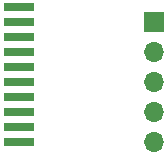
<source format=gbr>
%TF.GenerationSoftware,KiCad,Pcbnew,6.0.11+dfsg-1~bpo11+1*%
%TF.CreationDate,2023-04-15T18:18:33-07:00*%
%TF.ProjectId,J-link_BOB,4a2d6c69-6e6b-45f4-924f-422e6b696361,A0*%
%TF.SameCoordinates,PX79b8e38PY4eb9cf0*%
%TF.FileFunction,Soldermask,Top*%
%TF.FilePolarity,Negative*%
%FSLAX46Y46*%
G04 Gerber Fmt 4.6, Leading zero omitted, Abs format (unit mm)*
G04 Created by KiCad (PCBNEW 6.0.11+dfsg-1~bpo11+1) date 2023-04-15 18:18:33*
%MOMM*%
%LPD*%
G01*
G04 APERTURE LIST*
%ADD10R,2.500000X0.650000*%
%ADD11R,1.700000X1.700000*%
%ADD12O,1.700000X1.700000*%
G04 APERTURE END LIST*
D10*
%TO.C,J13*%
X1905000Y-9525000D03*
%TD*%
%TO.C,J19*%
X1905000Y-13335000D03*
%TD*%
%TO.C,J17*%
X1905000Y-12065000D03*
%TD*%
%TO.C,J15*%
X1905000Y-10795000D03*
%TD*%
%TO.C,J9*%
X1905000Y-6985000D03*
%TD*%
%TO.C,J3*%
X1905000Y-3175000D03*
%TD*%
D11*
%TO.C,J30*%
X13335000Y-3175000D03*
D12*
X13335000Y-5715000D03*
X13335000Y-8255000D03*
X13335000Y-10795000D03*
X13335000Y-13335000D03*
%TD*%
D10*
%TO.C,J7*%
X1905000Y-5715000D03*
%TD*%
%TO.C,J1*%
X1905000Y-1905000D03*
%TD*%
%TO.C,J5*%
X1905000Y-4445000D03*
%TD*%
%TO.C,J11*%
X1905000Y-8255000D03*
%TD*%
M02*

</source>
